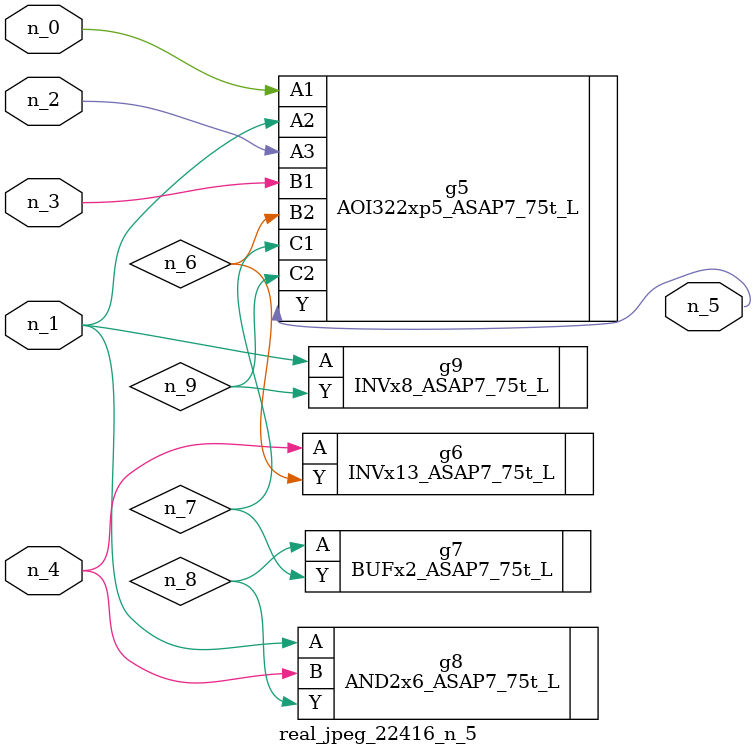
<source format=v>
module real_jpeg_22416_n_5 (n_4, n_0, n_1, n_2, n_3, n_5);

input n_4;
input n_0;
input n_1;
input n_2;
input n_3;

output n_5;

wire n_8;
wire n_6;
wire n_7;
wire n_9;

AOI322xp5_ASAP7_75t_L g5 ( 
.A1(n_0),
.A2(n_1),
.A3(n_2),
.B1(n_3),
.B2(n_6),
.C1(n_7),
.C2(n_9),
.Y(n_5)
);

AND2x6_ASAP7_75t_L g8 ( 
.A(n_1),
.B(n_4),
.Y(n_8)
);

INVx8_ASAP7_75t_L g9 ( 
.A(n_1),
.Y(n_9)
);

INVx13_ASAP7_75t_L g6 ( 
.A(n_4),
.Y(n_6)
);

BUFx2_ASAP7_75t_L g7 ( 
.A(n_8),
.Y(n_7)
);


endmodule
</source>
